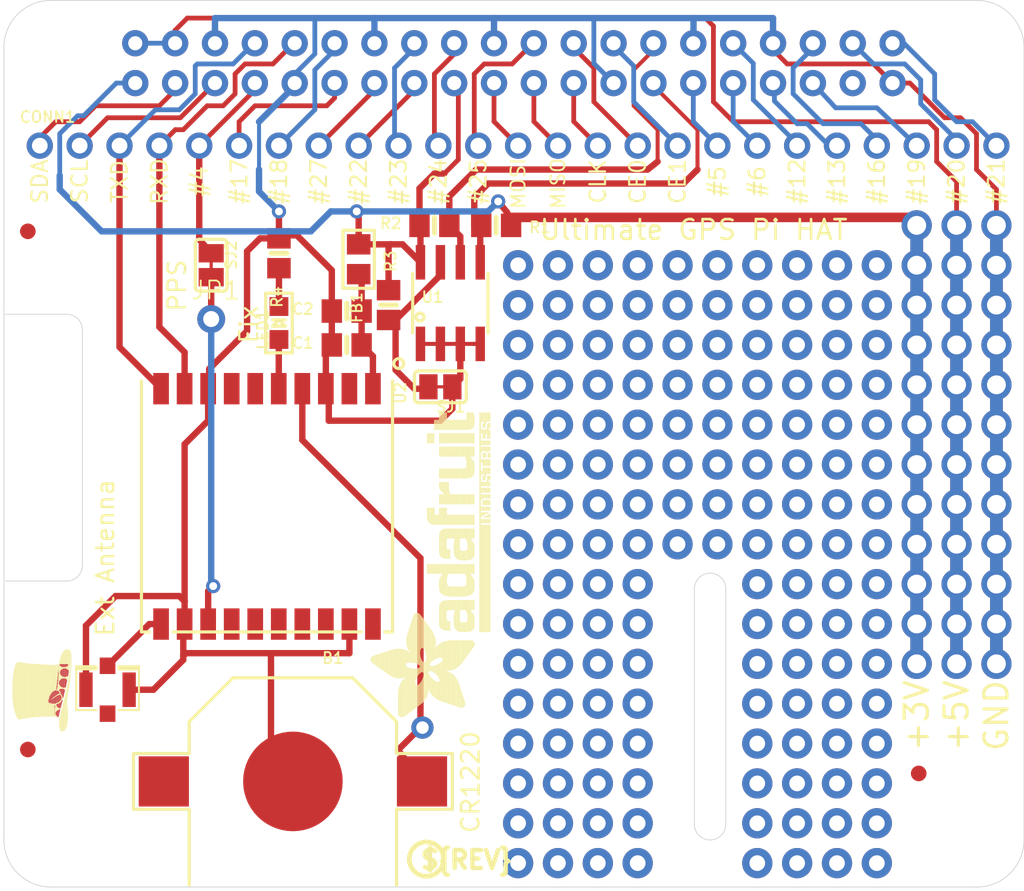
<source format=kicad_pcb>
(kicad_pcb (version 20221018) (generator pcbnew)
  (layers (0 "F.Cu" signal) (31 "B.Cu" signal) (34 "B.Paste" user) (35 "F.Paste" user) (36 "B.SilkS" user "B.Silkscreen") (37 "F.SilkS" user "F.Silkscreen") (38 "B.Mask" user) (39 "F.Mask" user) (44 "Edge.Cuts" user))
  (net 0 "")
  (net 1 "5.0V")
  (net 2 "SDA")
  (net 3 "SCL")
  (net 4 "GPIO4")
  (net 5 "GPIO17")
  (net 6 "GPIO27")
  (net 7 "GPIO22")
  (net 8 "SPI_MOSI")
  (net 9 "SPI_MISO")
  (net 10 "SPI_SCLK")
  (net 11 "GPIO5")
  (net 12 "GPIO6")
  (net 13 "GPIO13")
  (net 14 "GPIO19")
  (net 15 "GPIO26")
  (net 16 "3.3V")
  (net 17 "GND")
  (net 18 "TXD")
  (net 19 "RXD")
  (net 20 "GPIO18")
  (net 21 "GPIO24")
  (net 22 "GPIO25")
  (net 23 "SPI_CE0")
  (net 24 "SPI_CE1")
  (net 25 "EECLK")
  (net 26 "GPIO16")
  (net 27 "GPIO20")
  (net 28 "GPIO21")
  (net 29 "GPIO23")
  (net 30 "EEDATA")
  (net 31 "GPIO12")
  (net 32 "N$16")
  (net 33 "FIX")
  (net 34 "N$24")
  (net 35 "VBACKUP")
  (net 36 "N$26")
  (net 37 "1PPS")
  (net 38 "VCC")
  (net 39 "N$1")
  (net 40 "N$2")
  (net 41 "N$3")
  (net 42 "N$4")
  (net 43 "N$5")
  (net 44 "N$6")
  (net 45 "N$7")
  (net 46 "N$8")
  (net 47 "N$9")
  (net 48 "N$10")
  (net 49 "N$11")
  (net 50 "N$12")
  (net 51 "N$13")
  (net 52 "N$14")
  (net 53 "N$15")
  (net 54 "N$17")
  (net 55 "N$18")
  (net 56 "N$19")
  (net 57 "N$20")
  (net 58 "N$21")
  (net 59 "N$22")
  (net 60 "N$23")
  (net 61 "N$25")
  (net 62 "N$27")
  (net 63 "N$28")
  (net 64 "N$29")
  (net 65 "N$30")
  (net 66 "N$31")
  (net 67 "N$32")
  (net 68 "N$33")
  (net 69 "N$34")
  (net 70 "N$35")
  (net 71 "N$36")
  (net 72 "N$37")
  (net 73 "N$38")
  (net 74 "N$39")
  (net 75 "N$40")
  (net 76 "N$41")
  (net 77 "N$42")
  (net 78 "N$43")
  (net 79 "N$44")
  (net 80 "N$45")
  (net 81 "N$46")
  (net 82 "N$47")
  (net 83 "N$48")
  (net 84 "N$49")
  (net 85 "N$50")
  (net 86 "N$51")
  (net 87 "N$52")
  (net 88 "N$53")
  (net 89 "N$54")
  (net 90 "N$55")
  (net 91 "N$56")
  (net 92 "N$57")
  (net 93 "N$58")
  (net 94 "N$59")
  (net 95 "N$60")
  (net 96 "N$61")
  (net 97 "N$62")
  (net 98 "N$63")
  (net 99 "N$64")
  (net 100 "N$65")
  (net 101 "N$66")
  (net 102 "N$67")
  (net 103 "N$68")
  (net 104 "N$69")
  (net 105 "N$70")
  (net 106 "N$71")
  (net 107 "N$72")
  (net 108 "N$73")
  (net 109 "N$74")
  (net 110 "N$75")
  (net 111 "N$76")
  (net 112 "N$77")
  (net 113 "N$78")
  (net 114 "N$79")
  (net 115 "N$80")
  (net 116 "N$81")
  (net 117 "N$82")
  (net 118 "N$83")
  (net 119 "N$84")
  (net 120 "N$85")
  (net 121 "N$86")
  (net 122 "N$87")
  (net 123 "N$88")
  (net 124 "N$89")
  (net 125 "N$90")
  (net 126 "N$91")
  (net 127 "N$92")
  (net 128 "N$93")
  (net 129 "N$94")
  (net 130 "N$95")
  (net 131 "N$96")
  (net 132 "N$97")
  (net 133 "N$98")
  (net 134 "N$99")
  (net 135 "N$100")
  (net 136 "N$101")
  (net 137 "N$102")
  (net 138 "N$103")
  (net 139 "N$104")
  (net 140 "N$105")
  (net 141 "N$106")
  (net 142 "N$107")
  (net 143 "N$108")
  (net 144 "N$109")
  (net 145 "N$110")
  (net 146 "N$111")
  (net 147 "N$112")
  (net 148 "N$113")
  (net 149 "N$114")
  (net 150 "N$115")
  (net 151 "N$116")
  (net 152 "N$117")
  (net 153 "N$118")
  (net 154 "N$119")
  (net 155 "N$120")
  (net 156 "N$121")
  (net 157 "N$122")
  (net 158 "N$123")
  (net 159 "N$124")
  (net 160 "N$125")
  (net 161 "N$126")
  (net 162 "N$127")
  (net 163 "N$128")
  (net 164 "N$129")
  (net 165 "N$130")
  (net 166 "N$131")
  (net 167 "N$132")
  (net 168 "N$133")
  (net 169 "N$134")
  (net 170 "N$135")
  (net 171 "N$136")
  (net 172 "N$137")
  (net 173 "N$138")
  (net 174 "N$139")
  (net 175 "N$140")
  (net 176 "N$141")
  (net 177 "N$142")
  (net 178 "N$143")
  (net 179 "N$144")
  (net 180 "N$145")
  (net 181 "N$146")
  (net 182 "N$147")
  (footprint "working:PCBFEAT-REV-056" (layer "F.Cu") (at 142.9251 131.4756)
    (fp_text reference "U$6" hide)
    (fp_text value "" hide)
  )
  (footprint "working:SOIC8_150MIL" (layer "F.Cu") (at 144.4491 96.0426)
    (fp_text reference "U1")
    (fp_text value "CAT24C32")
  )
  (footprint "working:FIDUCIAL_1MM" (layer "F.Cu") (at 117.5251 91.4706)
    (fp_text reference "FID2" hide)
    (fp_text value "FIDUCIAL\"\"" hide)
  )
  (footprint "working:ADAFRUIT_TEXT_20MM" (layer "F.Cu") (at 146.9891 122.5856 90)
    (fp_text reference "U$3" hide)
    (fp_text value "" hide)
  )
  (footprint "working:PIHATLOGO" (layer "F.Cu") (at 120.3191 123.3476 90)
    (fp_text reference "U$4" hide)
    (fp_text value "" hide)
  )
  (footprint "working:1X01-CLEANBIG" (layer "F.Cu") (at 129.2091 97.0586)
    (fp_text reference "JP1")
    (fp_text value "")
  )
  (footprint "working:0805-NO" (layer "F.Cu") (at 137.8451 98.7096 180)
    (fp_text reference "C1")
    (fp_text value "0.1uF")
  )
  (footprint "working:SOLDERJUMPER_CLOSEDWIRE" (layer "F.Cu") (at 129.2091 93.6296 -90)
    (fp_text reference "SJ2")
    (fp_text value "PPS")
  )
  (footprint "working:0805-NO" (layer "F.Cu") (at 143.4331 91.0896 180)
    (fp_text reference "R2")
    (fp_text value "3.9K")
  )
  (footprint "working:U.FL" (layer "F.Cu") (at 122.6051 120.6806 90)
    (fp_text reference "U$20" hide)
    (fp_text value "U.FL" hide)
  )
  (footprint "working:0805-NO" (layer "F.Cu") (at 140.5121 96.1696 90)
    (fp_text reference "R3")
    (fp_text value "3.9K")
  )
  (footprint "working:FIDUCIAL_1MM" (layer "F.Cu") (at 174.2941 126.0146)
    (fp_text reference "FID3" hide)
    (fp_text value "FIDUCIAL\"\"" hide)
  )
  (footprint "working:0805-NO" (layer "F.Cu") (at 147.3701 91.0896)
    (fp_text reference "R1")
    (fp_text value "3.9K")
  )
  (footprint "working:CR1220" (layer "F.Cu") (at 134.4161 126.5226 180)
    (fp_text reference "B1")
    (fp_text value "CR1220")
  )
  (footprint "working:CHIPLED_0805" (layer "F.Cu") (at 133.5271 97.3126)
    (fp_text reference "LED1")
    (fp_text value "RED")
  )
  (footprint "working:FGPMMOPA6H" (layer "F.Cu") (at 132.7651 108.9966 -90)
    (fp_text reference "U2")
    (fp_text value "FGPMMOPA6H")
  )
  (footprint "working:0805-NO" (layer "F.Cu") (at 137.8451 96.5506 180)
    (fp_text reference "C2")
    (fp_text value "10uF")
  )
  (footprint "working:0805-NO" (layer "F.Cu") (at 133.5271 92.8676 -90)
    (fp_text reference "R4")
    (fp_text value "470")
  )
  (footprint "working:SOLDERJUMPER_CLOSEDWIRE" (layer "F.Cu") (at 143.8141 101.3766 180)
    (fp_text reference "SJ1")
    (fp_text value "WP")
  )
  (footprint "working:0805" (layer "F.Cu") (at 138.6071 93.2486 -90)
    (fp_text reference "FB1")
    (fp_text value "Ferrite")
  )
  (footprint "working:1X25_ROUND_70MIL" (layer "F.Cu") (at 148.7671 86.0096)
    (fp_text reference "CONN1")
    (fp_text value "HEADER-1X25")
  )
  (footprint "working:FIDUCIAL_1MM" (layer "F.Cu") (at 117.5251 124.4906)
    (fp_text reference "FID1" hide)
    (fp_text value "FIDUCIAL\"\"" hide)
  )
  (footprint "working:PI_HAT_SLOTS" (layer "F.Cu") (at 116.0011 133.2536)
    (fp_text reference "RPI1" hide)
    (fp_text value "RASPBERRYPI_BPLUS_HATSLOTS" hide)
    (fp_line (start 0 -53.5) (end 0 -3) (stroke (width 0.05)) (layer "Edge.Cuts"))
    (fp_line (start 0.1 -19.5) (end 4 -19.5) (stroke (width 0.05)) (layer "Edge.Cuts"))
    (fp_line (start 3 0) (end 62 0) (stroke (width 0.05)) (layer "Edge.Cuts"))
    (fp_line (start 4 -36.5) (end 0 -36.5) (stroke (width 0.05)) (layer "Edge.Cuts"))
    (fp_line (start 5 -20.5) (end 5 -35.5) (stroke (width 0.05)) (layer "Edge.Cuts"))
    (fp_line (start 44 -4) (end 44 -19) (stroke (width 0.05)) (layer "Edge.Cuts"))
    (fp_line (start 46 -19) (end 46 -4) (stroke (width 0.05)) (layer "Edge.Cuts"))
    (fp_line (start 62 -56.5) (end 3 -56.5) (stroke (width 0.05)) (layer "Edge.Cuts"))
    (fp_line (start 65 -3) (end 65 -53.5) (stroke (width 0.05)) (layer "Edge.Cuts"))
    (fp_arc (start 0 -53.5) (mid 0.87868 -55.62132) (end 3 -56.5) (stroke (width 0.05)) (layer "Edge.Cuts"))
    (fp_arc (start 3 0) (mid 0.87868 -0.87868) (end 0 -3) (stroke (width 0.05)) (layer "Edge.Cuts"))
    (fp_arc (start 4 -36.5) (mid 4.707107 -36.207107) (end 5 -35.5) (stroke (width 0.05)) (layer "Edge.Cuts"))
    (fp_arc (start 5 -20.5) (mid 4.707107 -19.792893) (end 4 -19.5) (stroke (width 0.05)) (layer "Edge.Cuts"))
    (fp_arc (start 44 -19) (mid 44.292893 -19.707107) (end 45 -20) (stroke (width 0.05)) (layer "Edge.Cuts"))
    (fp_arc (start 45 -20) (mid 45.707107 -19.707107) (end 46 -19) (stroke (width 0.05)) (layer "Edge.Cuts"))
    (fp_arc (start 45 -3) (mid 44.292893 -3.292893) (end 44 -4) (stroke (width 0.05)) (layer "Edge.Cuts"))
    (fp_arc (start 46 -4) (mid 45.707107 -3.292893) (end 45 -3) (stroke (width 0.05)) (layer "Edge.Cuts"))
    (fp_arc (start 62 -56.5) (mid 64.12132 -55.62132) (end 65 -53.5) (stroke (width 0.05)) (layer "Edge.Cuts"))
    (fp_arc (start 65 -3) (mid 64.12132 -0.87868) (end 62 0) (stroke (width 0.05)) (layer "Edge.Cuts"))
  )
  (gr_text "Ultimate GPS Pi HAT" (at 150.0371 92.1056) (layer "F.SilkS") (effects (font (size 1.251712 1.251712) (thickness 0.170688)) (justify left bottom)))
  (gr_text "#5" (at 161.4671 88.2956 90) (layer "F.SilkS") (effects (font (size 1.00584 1.00584) (thickness 0.13716))))
  (gr_text "Fix" (at 132.2571 98.7096 90) (layer "F.SilkS") (effects (font (size 1.1176 1.1176) (thickness 0.1524)) (justify left bottom)))
  (gr_text "#27" (at 136.0671 88.2956 90) (layer "F.SilkS") (effects (font (size 1.00584 1.00584) (thickness 0.13716))))
  (gr_text "+3V" (at 174.1671 122.3316 90) (layer "F.SilkS") (effects (font (size 1.475232 1.475232) (thickness 0.201168))))
  (gr_text "#21" (at 179.2471 88.2956 90) (layer "F.SilkS") (effects (font (size 1.00584 1.00584) (thickness 0.13716))))
  (gr_text "#12" (at 166.5471 88.2956 90) (layer "F.SilkS") (effects (font (size 1.00584 1.00584) (thickness 0.13716))))
  (gr_text "#18" (at 133.5271 88.2956 90) (layer "F.SilkS") (effects (font (size 1.00584 1.00584) (thickness 0.13716))))
  (gr_text "CLK" (at 153.8471 88.2956 90) (layer "F.SilkS") (effects (font (size 1.00584 1.00584) (thickness 0.13716))))
  (gr_text "#22" (at 138.6071 88.2956 90) (layer "F.SilkS") (effects (font (size 1.00584 1.00584) (thickness 0.13716))))
  (gr_text "#23" (at 141.1471 88.2956 90) (layer "F.SilkS") (effects (font (size 1.00584 1.00584) (thickness 0.13716))))
  (gr_text "SCL" (at 120.8271 88.2956 90) (layer "F.SilkS") (effects (font (size 1.00584 1.00584) (thickness 0.13716))))
  (gr_text "GND" (at 179.2471 122.3316 90) (layer "F.SilkS") (effects (font (size 1.475232 1.475232) (thickness 0.201168))))
  (gr_text "+5V" (at 176.7071 122.3316 90) (layer "F.SilkS") (effects (font (size 1.475232 1.475232) (thickness 0.201168))))
  (gr_text "TXD" (at 123.3671 88.2956 90) (layer "F.SilkS") (effects (font (size 1.00584 1.00584) (thickness 0.13716))))
  (gr_text "CE0" (at 156.3871 88.2956 90) (layer "F.SilkS") (effects (font (size 1.00584 1.00584) (thickness 0.13716))))
  (gr_text "#20" (at 176.7071 88.2956 90) (layer "F.SilkS") (effects (font (size 1.00584 1.00584) (thickness 0.13716))))
  (gr_text "RXD" (at 125.9071 88.2956 90) (layer "F.SilkS") (effects (font (size 1.00584 1.00584) (thickness 0.13716))))
  (gr_text "#6" (at 164.0071 88.2956 90) (layer "F.SilkS") (effects (font (size 1.00584 1.00584) (thickness 0.13716))))
  (gr_text "CE1" (at 158.9271 88.2956 90) (layer "F.SilkS") (effects (font (size 1.00584 1.00584) (thickness 0.13716))))
  (gr_text "#4" (at 128.4471 88.2956 90) (layer "F.SilkS") (effects (font (size 1.00584 1.00584) (thickness 0.13716))))
  (gr_text "SDA" (at 118.2871 88.2956 90) (layer "F.SilkS") (effects (font (size 1.00584 1.00584) (thickness 0.13716))))
  (gr_text "CR1220" (at 145.0841 123.2206 90) (layer "F.SilkS") (effects (font (size 1.1176 1.1176) (thickness 0.1524)) (justify right top)))
  (gr_text "#13" (at 169.0871 88.2956 90) (layer "F.SilkS") (effects (font (size 1.00584 1.00584) (thickness 0.13716))))
  (gr_text "PPS" (at 127.6851 96.6776 90) (layer "F.SilkS") (effects (font (size 1.1176 1.1176) (thickness 0.1524)) (justify left bottom)))
  (gr_text "#25" (at 146.2271 88.2956 90) (layer "F.SilkS") (effects (font (size 1.00584 1.00584) (thickness 0.13716))))
  (gr_text "#19" (at 174.1671 88.2956 90) (layer "F.SilkS") (effects (font (size 1.00584 1.00584) (thickness 0.13716))))
  (gr_text "Ext Antenna" (at 123.1131 117.3786 90) (layer "F.SilkS") (effects (font (size 1.1176 1.1176) (thickness 0.1524)) (justify left bottom)))
  (gr_text "MOSI" (at 148.7671 88.4226 90) (layer "F.SilkS") (effects (font (size 0.89408 0.89408) (thickness 0.12192))))
  (gr_text "#24" (at 143.6871 88.2956 90) (layer "F.SilkS") (effects (font (size 1.00584 1.00584) (thickness 0.13716))))
  (gr_text "MISO" (at 151.3071 88.4226 90) (layer "F.SilkS") (effects (font (size 0.89408 0.89408) (thickness 0.12192))))
  (gr_text "#17" (at 130.9871 88.2956 90) (layer "F.SilkS") (effects (font (size 1.00584 1.00584) (thickness 0.13716))))
  (gr_text "#16" (at 171.6271 88.2956 90) (layer "F.SilkS") (effects (font (size 1.00584 1.00584) (thickness 0.13716))))
  (segment (start 176.7071 88.2956) (end 175.4371 87.0256) (width 0.3048) (layer "F.Cu") (net 1))
  (segment (start 162.4831 84.4856) (end 174.9291 84.4856) (width 0.3048) (layer "F.Cu") (net 1))
  (segment (start 175.4371 87.0256) (end 175.4371 84.9936) (width 0.3048) (layer "F.Cu") (net 1))
  (segment (start 174.9291 84.4856) (end 175.4371 84.9936) (width 0.3048) (layer "F.Cu") (net 1))
  (segment (start 162.4831 84.4856) (end 161.2131 83.2156) (width 0.3048) (layer "F.Cu") (net 1))
  (segment (start 127.6851 77.8816) (end 126.9111 78.6556) (width 0.3048) (layer "F.Cu") (net 1))
  (segment (start 161.2131 83.2156) (end 161.2131 78.3896) (width 0.3048) (layer "F.Cu") (net 1))
  (segment (start 161.2131 78.3896) (end 160.7051 77.8816) (width 0.3048) (layer "F.Cu") (net 1))
  (segment (start 176.7071 91.0896) (end 176.7071 119.2836) (width 0.8128) (layer "F.Cu") (net 1))
  (segment (start 176.7071 91.0896) (end 176.7071 88.2956) (width 0.3048) (layer "F.Cu") (net 1))
  (segment (start 160.7051 77.8816) (end 127.6851 77.8816) (width 0.3048) (layer "F.Cu") (net 1))
  (segment (start 126.9111 78.6556) (end 126.9111 79.4836) (width 0.3048) (layer "F.Cu") (net 1))
  (via (at 176.7071 103.7896) (size 1.9304) (drill 1.2) (layers "F.Cu" "B.Cu") (net 1))
  (via (at 176.7071 91.0896) (size 1.9304) (drill 1.2) (layers "F.Cu" "B.Cu") (net 1))
  (via (at 176.7071 98.7096) (size 1.9304) (drill 1.2) (layers "F.Cu" "B.Cu") (net 1))
  (via (at 176.7071 93.6296) (size 1.9304) (drill 1.2) (layers "F.Cu" "B.Cu") (net 1))
  (via (at 176.7071 111.4096) (size 1.9304) (drill 1.2) (layers "F.Cu" "B.Cu") (net 1))
  (via (at 176.7071 113.9496) (size 1.9304) (drill 1.2) (layers "F.Cu" "B.Cu") (net 1))
  (via (at 176.7071 108.8696) (size 1.9304) (drill 1.2) (layers "F.Cu" "B.Cu") (net 1))
  (via (at 176.7071 106.3296) (size 1.9304) (drill 1.2) (layers "F.Cu" "B.Cu") (net 1))
  (via (at 176.7071 96.1696) (size 1.9304) (drill 1.2) (layers "F.Cu" "B.Cu") (net 1))
  (via (at 176.7071 101.2496) (size 1.9304) (drill 1.2) (layers "F.Cu" "B.Cu") (net 1))
  (via (at 176.7071 119.0296) (size 1.9304) (drill 1.2) (layers "F.Cu" "B.Cu") (net 1))
  (via (at 176.7071 116.4896) (size 1.9304) (drill 1.2) (layers "F.Cu" "B.Cu") (net 1))
  (segment (start 176.7071 111.4096) (end 176.7071 113.9496) (width 0.8128) (layer "B.Cu") (net 1))
  (segment (start 176.7071 96.1696) (end 176.7071 98.7096) (width 0.8128) (layer "B.Cu") (net 1))
  (segment (start 176.7071 98.7096) (end 176.7071 101.2496) (width 0.8128) (layer "B.Cu") (net 1))
  (segment (start 176.7071 101.2496) (end 176.7071 103.7896) (width 0.8128) (layer "B.Cu") (net 1))
  (segment (start 176.7071 93.6296) (end 176.7071 91.0896) (width 0.8128) (layer "B.Cu") (net 1))
  (segment (start 176.7071 113.9496) (end 176.7071 116.4896) (width 0.8128) (layer "B.Cu") (net 1))
  (segment (start 176.7071 119.0296) (end 176.7071 119.6646) (width 0.3048) (layer "B.Cu") (net 1))
  (segment (start 176.7071 108.8696) (end 176.7071 111.4096) (width 0.8128) (layer "B.Cu") (net 1))
  (segment (start 126.9111 79.4836) (end 124.3711 79.4836) (width 0.3048) (layer "B.Cu") (net 1))
  (segment (start 176.0721 119.0296) (end 176.7071 119.0296) (width 0.3048) (layer "B.Cu") (net 1))
  (segment (start 176.7071 93.6296) (end 176.7071 96.1696) (width 0.8128) (layer "B.Cu") (net 1))
  (segment (start 176.7071 106.3296) (end 176.7071 108.8696) (width 0.8128) (layer "B.Cu") (net 1))
  (segment (start 176.7071 103.7896) (end 176.7071 106.3296) (width 0.8128) (layer "B.Cu") (net 1))
  (segment (start 176.7071 116.4896) (end 176.7071 119.0296) (width 0.8128) (layer "B.Cu") (net 1))
  (segment (start 120.8271 84.4856) (end 121.8431 83.4696) (width 0.3048) (layer "F.Cu") (net 2))
  (segment (start 119.3031 84.4856) (end 120.8271 84.4856) (width 0.3048) (layer "F.Cu") (net 2))
  (segment (start 126.9111 82.4656) (end 126.9111 82.0236) (width 0.3048) (layer "F.Cu") (net 2))
  (segment (start 118.2871 85.5016) (end 119.3031 84.4856) (width 0.3048) (layer "F.Cu") (net 2))
  (segment (start 125.9071 83.4696) (end 126.9111 82.4656) (width 0.3048) (layer "F.Cu") (net 2))
  (segment (start 118.2871 86.0096) (end 118.2871 85.5016) (width 0.3048) (layer "F.Cu") (net 2))
  (segment (start 121.8431 83.4696) (end 125.9071 83.4696) (width 0.3048) (layer "F.Cu") (net 2))
  (segment (start 127.2431 84.2316) (end 129.4511 82.0236) (width 0.3048) (layer "F.Cu") (net 3))
  (segment (start 120.8271 86.0096) (end 122.6051 84.2316) (width 0.3048) (layer "F.Cu") (net 3))
  (segment (start 122.6051 84.2316) (end 127.2431 84.2316) (width 0.3048) (layer "F.Cu") (net 3))
  (segment (start 131.9911 82.4656) (end 131.9911 82.0236) (width 0.3048) (layer "F.Cu") (net 4))
  (segment (start 128.4471 86.0096) (end 131.9911 82.4656) (width 0.3048) (layer "F.Cu") (net 4))
  (segment (start 128.4471 91.9786) (end 129.2091 92.8676) (width 0.4064) (layer "F.Cu") (net 4))
  (segment (start 128.4471 86.0096) (end 128.4471 91.9786) (width 0.4064) (layer "F.Cu") (net 4))
  (segment (start 130.9871 86.0096) (end 130.9871 84.4856) (width 0.3048) (layer "F.Cu") (net 5))
  (segment (start 132.0031 83.4696) (end 136.5751 83.4696) (width 0.3048) (layer "F.Cu") (net 5))
  (segment (start 130.9871 84.4856) (end 132.0031 83.4696) (width 0.3048) (layer "F.Cu") (net 5))
  (segment (start 136.5751 83.4696) (end 137.0711 82.9736) (width 0.3048) (layer "F.Cu") (net 5))
  (segment (start 137.0711 82.9736) (end 137.0711 82.0236) (width 0.3048) (layer "F.Cu") (net 5))
  (segment (start 139.6111 82.4656) (end 139.6111 82.0236) (width 0.3048) (layer "F.Cu") (net 6))
  (segment (start 136.0671 86.0096) (end 139.6111 82.4656) (width 0.3048) (layer "F.Cu") (net 6))
  (segment (start 142.1511 82.4656) (end 142.1511 82.0236) (width 0.3048) (layer "F.Cu") (net 7))
  (segment (start 138.6071 86.0096) (end 142.1511 82.4656) (width 0.3048) (layer "F.Cu") (net 7))
  (segment (start 148.7671 86.0096) (end 147.2311 84.4736) (width 0.3048) (layer "F.Cu") (net 8))
  (segment (start 147.2311 84.4736) (end 147.2311 82.0236) (width 0.3048) (layer "F.Cu") (net 8))
  (segment (start 149.7711 84.4736) (end 149.7711 82.0236) (width 0.3048) (layer "F.Cu") (net 9))
  (segment (start 151.3071 86.0096) (end 149.7711 84.4736) (width 0.3048) (layer "F.Cu") (net 9))
  (segment (start 153.8471 86.0096) (end 152.3111 84.4736) (width 0.3048) (layer "F.Cu") (net 10))
  (segment (start 152.3111 84.4736) (end 152.3111 82.0236) (width 0.3048) (layer "F.Cu") (net 10))
  (segment (start 159.9311 82.0236) (end 159.9311 84.4736) (width 0.3048) (layer "B.Cu") (net 11))
  (segment (start 159.9311 84.4736) (end 161.4671 86.0096) (width 0.3048) (layer "B.Cu") (net 11))
  (segment (start 162.4711 82.0236) (end 162.4711 84.4736) (width 0.3048) (layer "B.Cu") (net 12))
  (segment (start 162.4711 84.4736) (end 164.0071 86.0096) (width 0.3048) (layer "B.Cu") (net 12))
  (segment (start 168.3251 85.7556) (end 168.8331 85.7556) (width 0.3048) (layer "B.Cu") (net 13))
  (segment (start 165.1011 83.1666) (end 166.5471 84.6126) (width 0.3048) (layer "B.Cu") (net 13))
  (segment (start 165.0111 82.0236) (end 165.1011 82.0236) (width 0.3048) (layer "B.Cu") (net 13))
  (segment (start 168.8331 85.7556) (end 169.0871 86.0096) (width 0.3048) (layer "B.Cu") (net 13))
  (segment (start 166.5471 84.6126) (end 167.1821 84.6126) (width 0.3048) (layer "B.Cu") (net 13))
  (segment (start 167.1821 84.6126) (end 168.3251 85.7556) (width 0.3048) (layer "B.Cu") (net 13))
  (segment (start 165.1011 82.0236) (end 165.1011 83.1666) (width 0.3048) (layer "B.Cu") (net 13))
  (segment (start 171.6271 83.5966) (end 174.1671 86.0096) (width 0.3048) (layer "B.Cu") (net 14))
  (segment (start 167.5511 82.0236) (end 168.9971 83.5966) (width 0.3048) (layer "B.Cu") (net 14))
  (segment (start 168.9971 83.5966) (end 171.6271 83.5966) (width 0.3048) (layer "B.Cu") (net 14))
  (segment (start 148.0051 90.5816) (end 148.0661 90.6426) (width 0.6096) (layer "F.Cu") (net 16))
  (segment (start 138.6071 90.3276) (end 138.6071 92.2986) (width 0.4064) (layer "F.Cu") (net 16))
  (segment (start 142.4831 91.0896) (end 142.4831 88.7376) (width 0.4064) (layer "F.Cu") (net 16))
  (segment (start 140.5121 95.2196) (end 140.5121 92.4256) (width 0.4064) (layer "F.Cu") (net 16))
  (segment (start 140.6391 92.2986) (end 141.4001 92.2986) (width 0.4064) (layer "F.Cu") (net 16))
  (segment (start 140.5121 92.4256) (end 140.6391 92.2986) (width 0.4064) (layer "F.Cu") (net 16))
  (segment (start 174.1671 91.0896) (end 174.1671 119.0296) (width 0.8128) (layer "F.Cu") (net 16))
  (segment (start 148.0661 90.6426) (end 148.3201 91.0896) (width 0.6096) (layer "F.Cu") (net 16))
  (segment (start 148.3201 91.0896) (end 148.0661 90.2666) (width 0.4064) (layer "F.Cu") (net 16))
  (segment (start 174.1671 91.0896) (end 173.6591 90.5816) (width 0.6096) (layer "F.Cu") (net 16))
  (segment (start 144.6911 82.0236) (end 144.9571 82.2896) (width 0.3048) (layer "F.Cu") (net 16))
  (segment (start 144.9571 86.8986) (end 144.0681 87.7876) (width 0.3048) (layer "F.Cu") (net 16))
  (segment (start 173.6591 90.5816) (end 148.0051 90.5816) (width 0.6096) (layer "F.Cu") (net 16))
  (segment (start 144.9571 82.2896) (end 144.9571 86.8986) (width 0.3048) (layer "F.Cu") (net 16))
  (segment (start 141.4001 92.2986) (end 142.5441 93.4426) (width 0.4064) (layer "F.Cu") (net 16))
  (segment (start 142.5441 93.4426) (end 142.5441 91.0286) (width 0.4064) (layer "F.Cu") (net 16))
  (segment (start 142.4831 88.7376) (end 143.4331 87.7876) (width 0.4064) (layer "F.Cu") (net 16))
  (segment (start 142.5441 91.0286) (end 142.4831 91.0896) (width 0.4064) (layer "F.Cu") (net 16))
  (segment (start 148.0661 90.2666) (end 147.4971 89.5656) (width 0.4064) (layer "F.Cu") (net 16))
  (segment (start 144.0681 87.7876) (end 143.4331 87.7876) (width 0.4064) (layer "F.Cu") (net 16))
  (segment (start 174.1671 119.0296) (end 174.4211 119.0296) (width 0.8128) (layer "F.Cu") (net 16))
  (segment (start 138.4801 90.2006) (end 138.6071 90.3276) (width 0.4064) (layer "F.Cu") (net 16))
  (segment (start 138.6071 92.2986) (end 140.6391 92.2986) (width 0.4064) (layer "F.Cu") (net 16))
  (via (at 138.4801 90.2006) (size 0.9064) (drill 0.5) (layers "F.Cu" "B.Cu") (net 16))
  (via (at 174.1671 106.3296) (size 1.9304) (drill 1.2) (layers "F.Cu" "B.Cu") (net 16))
  (via (at 174.1671 108.8696) (size 1.9304) (drill 1.2) (layers "F.Cu" "B.Cu") (net 16))
  (via (at 174.1671 91.0896) (size 1.9304) (drill 1.2) (layers "F.Cu" "B.Cu") (net 16))
  (via (at 174.1671 116.4896) (size 1.9304) (drill 1.2) (layers "F.Cu" "B.Cu") (net 16))
  (via (at 174.1671 103.7896) (size 1.9304) (drill 1.2) (layers "F.Cu" "B.Cu") (net 16))
  (via (at 174.1671 111.4096) (size 1.9304) (drill 1.2) (layers "F.Cu" "B.Cu") (net 16))
  (via (at 174.1671 93.6296) (size 1.9304) (drill 1.2) (layers "F.Cu" "B.Cu") (net 16))
  (via (at 174.1671 101.2496) (size 1.9304) (drill 1.2) (layers "F.Cu" "B.Cu") (net 16))
  (via (at 174.1671 96.1696) (size 1.9304) (drill 1.2) (layers "F.Cu" "B.Cu") (net 16))
  (via (at 174.1671 98.7096) (size 1.9304) (drill 1.2) (layers "F.Cu" "B.Cu") (net 16))
  (via (at 174.1671 119.0296) (size 1.9304) (drill 1.2) (layers "F.Cu" "B.Cu") (net 16))
  (via (at 147.4971 89.5656) (size 0.9064) (drill 0.5) (layers "F.Cu" "B.Cu") (net 16))
  (via (at 174.1671 113.9496) (size 1.9304) (drill 1.2) (layers "F.Cu" "B.Cu") (net 16))
  (segment (start 124.3711 82.0236) (end 123.1621 82.0236) (width 0.3048) (layer "B.Cu") (net 16))
  (segment (start 119.5571 88.8036) (end 122.2241 91.4706) (width 0.4064) (layer "B.Cu") (net 16))
  (segment (start 174.1671 106.3296) (end 174.1671 103.7896) (width 0.8128) (layer "B.Cu") (net 16))
  (segment (start 174.1671 93.6296) (end 174.1671 91.0896) (width 0.8128) (layer "B.Cu") (net 16))
  (segment (start 174.1671 116.4896) (end 174.1671 113.9496) (width 0.8128) (layer "B.Cu") (net 16))
  (segment (start 135.5591 91.4706) (end 136.8291 90.2006) (width 0.4064) (layer "B.Cu") (net 16))
  (segment (start 174.1671 113.9496) (end 174.1671 111.4096) (width 0.8128) (layer "B.Cu") (net 16))
  (segment (start 119.5571 85.2476) (end 119.5571 87.9146) (width 0.3048) (layer "B.Cu") (net 16))
  (segment (start 121.0811 84.1046) (end 120.7001 84.1046) (width 0.3048) (layer "B.Cu") (net 16))
  (segment (start 136.8291 90.2006) (end 138.4801 90.2006) (width 0.4064) (layer "B.Cu") (net 16))
  (segment (start 174.1671 101.2496) (end 174.1671 98.7096) (width 0.8128) (layer "B.Cu") (net 16))
  (segment (start 174.1671 111.4096) (end 174.1671 108.8696) (width 0.8128) (layer "B.Cu") (net 16))
  (segment (start 122.2241 91.4706) (end 135.5591 91.4706) (width 0.4064) (layer "B.Cu") (net 16))
  (segment (start 120.7001 84.1046) (end 119.5571 85.2476) (width 0.3048) (layer "B.Cu") (net 16))
  (segment (start 174.1671 119.0296) (end 174.1671 116.4896) (width 0.8128) (layer "B.Cu") (net 16))
  (segment (start 174.1671 108.8696) (end 174.1671 106.3296) (width 0.8128) (layer "B.Cu") (net 16))
  (segment (start 146.8621 90.2006) (end 138.4801 90.2006) (width 0.4064) (layer "B.Cu") (net 16))
  (segment (start 174.1671 103.7896) (end 174.1671 101.2496) (width 0.8128) (layer "B.Cu") (net 16))
  (segment (start 119.5571 87.9146) (end 119.5571 88.8036) (width 0.4064) (layer "B.Cu") (net 16))
  (segment (start 174.1671 98.7096) (end 174.1671 96.1696) (width 0.8128) (layer "B.Cu") (net 16))
  (segment (start 147.4971 89.5656) (end 146.8621 90.2006) (width 0.4064) (layer "B.Cu") (net 16))
  (segment (start 174.1671 96.1696) (end 174.1671 93.6296) (width 0.8128) (layer "B.Cu") (net 16))
  (segment (start 123.1621 82.0236) (end 121.0811 84.1046) (width 0.3048) (layer "B.Cu") (net 16))
  (segment (start 136.5151 98.7096) (end 136.8951 98.7096) (width 0.4064) (layer "F.Cu") (net 17))
  (segment (start 177.9771 85.2476) (end 177.9771 87.5336) (width 0.3048) (layer "F.Cu") (net 17))
  (segment (start 144.5761 102.7736) (end 144.5761 101.3766) (width 0.4064) (layer "F.Cu") (net 17))
  (segment (start 136.5151 101.4966) (end 136.5151 98.7096) (width 0.4064) (layer "F.Cu") (net 17))
  (segment (start 143.8141 98.6426) (end 145.0841 98.6426) (width 0.254) (layer "F.Cu") (net 17))
  (segment (start 146.3541 98.6426) (end 145.9061 98.6426) (width 0.254) (layer "F.Cu") (net 17))
  (segment (start 127.5151 105.0356) (end 127.5151 115.0496) (width 0.4064) (layer "F.Cu") (net 17))
  (segment (start 173.7371 82.0236) (end 175.9451 84.2316) (width 0.3048) (layer "F.Cu") (net 17))
  (segment (start 165.0111 79.9016) (end 165.9121 80.8026) (width 0.3048) (layer "F.Cu") (net 17))
  (segment (start 127.1771 114.7116) (end 127.5151 115.0496) (width 0.4064) (layer "F.Cu") (net 17))
  (segment (start 136.8951 93.9496) (end 134.6701 91.7246) (width 0.4064) (layer "F.Cu") (net 17))
  (segment (start 127.4311 116.5806) (end 127.5151 116.4966) (width 0.4064) (layer "F.Cu") (net 17))
  (segment (start 145.0841 98.6426) (end 146.3541 98.6426) (width 0.254) (layer "F.Cu") (net 17))
  (segment (start 134.6701 91.7246) (end 133.7201 91.7246) (width 0.4064) (layer "F.Cu") (net 17))
  (segment (start 125.5261 120.6806) (end 127.4311 118.7756) (width 0.4064) (layer "F.Cu") (net 17))
  (segment (start 179.2471 88.8036) (end 179.2471 91.0896) (width 0.3048) (layer "F.Cu") (net 17))
  (segment (start 138.0151 118.3516) (end 133.0191 118.3516) (width 0.4064) (layer "F.Cu") (net 17))
  (segment (start 131.4951 92.7406) (end 131.4951 97.8206) (width 0.4064) (layer "F.Cu") (net 17))
  (segment (start 129.0821 101.4296) (end 129.0151 101.4966) (width 0.4064) (layer "F.Cu") (net 17))
  (segment (start 131.4951 97.8206) (end 129.0821 100.2336) (width 0.4064) (layer "F.Cu") (net 17))
  (segment (start 129.0821 100.2336) (end 129.0821 101.4296) (width 0.4064) (layer "F.Cu") (net 17))
  (segment (start 132.3181 91.9176) (end 131.4951 92.7406) (width 0.4064) (layer "F.Cu") (net 17))
  (segment (start 121.2301 116.5946) (end 123.1131 114.7116) (width 0.4064) (layer "F.Cu") (net 17))
  (segment (start 179.2471 91.0896) (end 179.2471 119.0296) (width 0.8128) (layer "F.Cu") (net 17))
  (segment (start 133.5271 90.2006) (end 133.5271 91.9176) (width 0.4064) (layer "F.Cu") (net 17))
  (segment (start 136.7021 103.5356) (end 143.8141 103.5356) (width 0.4064) (layer "F.Cu") (net 17))
  (segment (start 133.0191 126.1416) (end 134.4161 126.5226) (width 0.4064) (layer "F.Cu") (net 17))
  (segment (start 138.0151 116.4966) (end 138.0151 118.3516) (width 0.4064) (layer "F.Cu") (net 17))
  (segment (start 165.0111 79.4836) (end 165.0111 79.9016) (width 0.3048) (layer "F.Cu") (net 17))
  (segment (start 142.5441 98.6426) (end 143.8141 98.6426) (width 0.254) (layer "F.Cu") (net 17))
  (segment (start 136.8951 96.5506) (end 136.8951 93.9496) (width 0.4064) (layer "F.Cu") (net 17))
  (segment (start 172.6311 82.0236) (end 173.7371 82.0236) (width 0.3048) (layer "F.Cu") (net 17))
  (segment (start 136.7021 103.5356) (end 136.7021 101.4966) (width 0.4064) (layer "F.Cu") (net 17))
  (segment (start 127.5151 115.0496) (end 127.5151 116.4966) (width 0.4064) (layer "F.Cu") (net 17))
  (segment (start 133.0191 126.1416) (end 133.0191 118.3516) (width 0.4064) (layer "F.Cu") (net 17))
  (segment (start 175.9451 84.2316) (end 176.9611 84.2316) (width 0.3048) (layer "F.Cu") (net 17))
  (segment (start 176.9611 84.2316) (end 177.9771 85.2476) (width 0.3048) (layer "F.Cu") (net 17))
  (segment (start 133.0191 118.3516) (end 127.6011 118.3516) (width 0.4064) (layer "F.Cu") (net 17))
  (segment (start 121.2301 120.6806) (end 121.2301 116.5946) (width 0.4064) (layer "F.Cu") (net 17))
  (segment (start 133.7201 91.7246) (end 133.5271 91.9176) (width 0.4064) (layer "F.Cu") (net 17))
  (segment (start 177.9771 87.5336) (end 179.2471 88.8036) (width 0.3048) (layer "F.Cu") (net 17))
  (segment (start 145.0841 98.6426) (end 145.0841 100.8686) (width 0.4064) (layer "F.Cu") (net 17))
  (segment (start 123.9801 120.6806) (end 125.5261 120.6806) (width 0.4064) (layer "F.Cu") (net 17))
  (segment (start 127.6011 118.3516) (end 127.4311 118.5216) (width 0.4064) (layer "F.Cu") (net 17))
  (segment (start 143.8141 103.5356) (end 144.5761 102.7736) (width 0.4064) (layer "F.Cu") (net 17))
  (segment (start 171.4101 80.8026) (end 172.6311 82.0236) (width 0.3048) (layer "F.Cu") (net 17))
  (segment (start 127.4311 118.7756) (end 127.4311 118.5216) (width 0.4064) (layer "F.Cu") (net 17))
  (segment (start 136.8951 98.7096) (end 136.8951 96.5506) (width 0.4064) (layer "F.Cu") (net 17))
  (segment (start 123.1131 114.7116) (end 127.1771 114.7116) (width 0.4064) (layer "F.Cu") (net 17))
  (segment (start 129.0151 101.4966) (end 129.0151 103.5356) (width 0.4064) (layer "F.Cu") (net 17))
  (segment (start 136.7021 101.4966) (end 136.5151 101.4966) (width 0.4064) (layer "F.Cu") (net 17))
  (segment (start 133.5271 91.9176) (end 132.3181 91.9176) (width 0.4064) (layer "F.Cu") (net 17))
  (segment (start 129.0151 103.5356) (end 127.5151 105.0356) (width 0.4064) (layer "F.Cu") (net 17))
  (segment (start 165.9121 80.8026) (end 171.4101 80.8026) (width 0.3048) (layer "F.Cu") (net 17))
  (segment (start 127.4311 118.5216) (end 127.4311 116.5806) (width 0.4064) (layer "F.Cu") (net 17))
  (segment (start 145.0841 100.8686) (end 144.5761 101.3766) (width 0.4064) (layer "F.Cu") (net 17))
  (via (at 179.2471 96.1696) (size 1.9304) (drill 1.2) (layers "F.Cu" "B.Cu") (net 17))
  (via (at 179.2471 101.2496) (size 1.9304) (drill 1.2) (layers "F.Cu" "B.Cu") (net 17))
  (via (at 179.2471 98.7096) (size 1.9304) (drill 1.2) (layers "F.Cu" "B.Cu") (net 17))
  (via (at 179.2471 103.7896) (size 1.9304) (drill 1.2) (layers "F.Cu" "B.Cu") (net 17))
  (via (at 179.2471 113.9496) (size 1.9304) (drill 1.2) (layers "F.Cu" "B.Cu") (net 17))
  (via (at 179.2471 106.3296) (size 1.9304) (drill 1.2) (layers "F.Cu" "B.Cu") (net 17))
  (via (at 179.2471 111.4096) (size 1.9304) (drill 1.2) (layers "F.Cu" "B.Cu") (net 17))
  (via (at 179.2471 91.0896) (size 1.9304) (drill 1.2) (layers "F.Cu" "B.Cu") (net 17))
  (via (at 133.5271 90.2006) (size 0.9064) (drill 0.5) (layers "F.Cu" "B.Cu") (net 17))
  (via (at 179.2471 108.8696) (size 1.9304) (drill 1.2) (layers "F.Cu" "B.Cu") (net 17))
  (via (at 179.2471 116.4896) (size 1.9304) (drill 1.2) (layers "F.Cu" "B.Cu") (net 17))
  (via (at 179.2471 93.6296) (size 1.9304) (drill 1.2) (layers "F.Cu" "B.Cu") (net 17))
  (via (at 179.2471 119.0296) (size 1.9304) (drill 1.2) (layers "F.Cu" "B.Cu") (net 17))
  (segment (start 179.2471 101.2496) (end 179.2471 103.7896) (width 0.8128) (layer "B.Cu") (net 17))
  (segment (start 139.6111 77.8816) (end 147.2311 77.8816) (width 0.4064) (layer "B.Cu") (net 17))
  (segment (start 179.2471 96.1696) (end 179.2471 98.7096) (width 0.8128) (layer "B.Cu") (net 17))
  (segment (start 135.8131 78.0086) (end 135.9401 77.8816) (width 0.3048) (layer "B.Cu") (net 17))
  (segment (start 179.2471 93.6296) (end 179.2471 91.0896) (width 0.8128) (layer "B.Cu") (net 17))
  (segment (start 135.8131 80.1676) (end 135.8131 78.0086) (width 0.3048) (layer "B.Cu") (net 17))
  (segment (start 134.5311 81.4496) (end 135.8131 80.1676) (width 0.3048) (layer "B.Cu") (net 17))
  (segment (start 132.2571 84.4856) (end 132.2571 87.5336) (width 0.254) (layer "B.Cu") (net 17))
  (segment (start 153.5931 80.7656) (end 153.5931 77.8816) (width 0.3048) (layer "B.Cu") (net 17))
  (segment (start 179.2471 106.3296) (end 179.2471 108.8696) (width 0.8128) (layer "B.Cu") (net 17))
  (segment (start 179.2471 108.8696) (end 179.2471 111.4096) (width 0.8128) (layer "B.Cu") (net 17))
  (segment (start 147.2311 77.8816) (end 153.5931 77.8816) (width 0.4064) (layer "B.Cu") (net 17))
  (segment (start 159.9431 79.4836) (end 159.9311 79.4836) (width 0.4064) (layer "B.Cu") (net 17))
  (segment (start 179.2471 116.4896) (end 179.2471 119.0296) (width 0.8128) (layer "B.Cu") (net 17))
  (segment (start 134.5311 82.2116) (end 132.2571 84.4856) (width 0.4064) (layer "B.Cu") (net 17))
  (segment (start 179.2471 93.6296) (end 179.2471 96.1696) (width 0.8128) (layer "B.Cu") (net 17))
  (segment (start 179.2471 111.4096) (end 179.2471 113.9496) (width 0.8128) (layer "B.Cu") (net 17))
  (segment (start 159.9431 77.8816) (end 159.9431 79.4836) (width 0.4064) (layer "B.Cu") (net 17))
  (segment (start 179.2471 113.9496) (end 179.2471 116.4896) (width 0.8128) (layer "B.Cu") (net 17))
  (segment (start 147.2311 79.4836) (end 147.2311 77.8816) (width 0.4064) (layer "B.Cu") (net 17))
  (segment (start 179.2471 103.7896) (end 179.2471 106.3296) (width 0.8128) (layer "B.Cu") (net 17))
  (segment (start 153.5931 77.8816) (end 159.9431 77.8816) (width 0.4064) (layer "B.Cu") (net 17))
  (segment (start 135.9401 77.8816) (end 139.6111 77.8816) (width 0.4064) (layer "B.Cu") (net 17))
  (segment (start 132.2571 88.9306) (end 133.5271 90.2006) (width 0.4064) (layer "B.Cu") (net 17))
  (segment (start 134.5311 82.0236) (end 134.5311 81.4496) (width 0.3048) (layer "B.Cu") (net 17))
  (segment (start 165.0111 77.8816) (end 159.9431 77.8816) (width 0.4064) (layer "B.Cu") (net 17))
  (segment (start 154.8511 82.0236) (end 153.5931 80.7656) (width 0.3048) (layer "B.Cu") (net 17))
  (segment (start 165.0111 79.4836) (end 165.0111 77.8816) (width 0.4064) (layer "B.Cu") (net 17))
  (segment (start 129.4511 79.4836) (end 129.4511 77.8816) (width 0.4064) (layer "B.Cu") (net 17))
  (segment (start 139.6111 79.4836) (end 139.6111 77.8816) (width 0.4064) (layer "B.Cu") (net 17))
  (segment (start 179.2471 98.7096) (end 179.2471 101.2496) (width 0.8128) (layer "B.Cu") (net 17))
  (segment (start 134.5311 82.2116) (end 134.5311 82.0236) (width 0.3048) (layer "B.Cu") (net 17))
  (segment (start 132.2571 87.5336) (end 132.2571 88.9306) (width 0.4064) (layer "B.Cu") (net 17))
  (segment (start 129.4511 77.8816) (end 135.9401 77.8816) (width 0.4064) (layer "B.Cu") (net 17))
  (segment (start 126.0151 101.4966) (end 123.3671 98.8486) (width 0.4064) (layer "F.Cu") (net 18))
  (segment (start 123.3671 98.8486) (end 123.3671 86.0096) (width 0.4064) (layer "F.Cu") (net 18))
  (segment (start 128.1931 82.7076) (end 128.1931 80.9296) (width 0.3048) (layer "B.Cu") (net 18))
  (segment (start 128.1931 80.9296) (end 128.3201 80.8026) (width 0.3048) (layer "B.Cu") (net 18))
  (segment (start 127.1771 83.7236) (end 128.1931 82.7076) (width 0.3048) (layer "B.Cu") (net 18))
  (segment (start 123.3671 86.0096) (end 125.6531 83.7236) (width 0.3048) (layer "B.Cu") (net 18))
  (segment (start 130.6061 80.8026) (end 131.9251 79.4836) (width 0.3048) (layer "B.Cu") (net 18))
  (segment (start 131.9251 79.4836) (end 131.9911 79.4836) (width 0.3048) (layer "B.Cu") (net 18))
  (segment (start 125.6531 83.7236) (end 127.1771 83.7236) (width 0.3048) (layer "B.Cu") (net 18))
  (segment (start 128.3201 80.8026) (end 130.6061 80.8026) (width 0.3048) (layer "B.Cu") (net 18))
  (segment (start 125.9071 86.0096) (end 126.9231 84.9936) (width 0.3048) (layer "F.Cu") (net 19))
  (segment (start 130.7331 81.4376) (end 131.3681 80.8026) (width 0.3048) (layer "F.Cu") (net 19))
  (segment (start 127.5151 99.1746) (end 125.9071 97.5666) (width 0.4064) (layer "F.Cu") (net 19))
  (segment (start 125.9071 97.5666) (end 125.9071 86.0096) (width 0.4064) (layer "F.Cu") (net 19))
  (segment (start 130.7331 82.7076) (end 130.7331 81.4376) (width 0.3048) (layer "F.Cu") (net 19))
  (segment (start 127.5151 101.4966) (end 127.5151 99.1746) (width 0.4064) (layer "F.Cu") (net 19))
  (segment (start 126.9231 84.9936) (end 127.4311 84.9936) (width 0.3048) (layer "F.Cu") (net 19))
  (segment (start 131.3681 80.8026) (end 133.1461 80.8026) (width 0.3048) (layer "F.Cu") (net 19))
  (segment (start 129.9711 83.4696) (end 130.7331 82.7076) (width 0.3048) (layer "F.Cu") (net 19))
  (segment (start 127.4311 84.9936) (end 128.9551 83.4696) (width 0.3048) (layer "F.Cu") (net 19))
  (segment (start 133.1461 80.8026) (end 134.4651 79.4836) (width 0.3048) (layer "F.Cu") (net 19))
  (segment (start 128.9551 83.4696) (end 129.9711 83.4696) (width 0.3048) (layer "F.Cu") (net 19))
  (segment (start 134.4651 79.4836) (end 134.5311 79.4836) (width 0.3048) (layer "F.Cu") (net 19))
  (segment (start 135.8131 83.7236) (end 135.8131 81.1836) (width 0.3048) (layer "B.Cu") (net 20))
  (segment (start 133.5271 86.0096) (end 135.8131 83.7236) (width 0.3048) (layer "B.Cu") (net 20))
  (segment (start 137.0711 79.9256) (end 137.0711 79.4836) (width 0.3048) (layer "B.Cu") (net 20))
  (segment (start 135.8131 81.1836) (end 137.0711 79.9256) (width 0.3048) (layer "B.Cu") (net 20))
  (segment (start 143.4331 81.4376) (end 144.6911 80.1796) (width 0.3048) (layer "F.Cu") (net 21))
  (segment (start 143.4331 85.7556) (end 143.4331 81.4376) (width 0.3048) (layer "F.Cu") (net 21))
  (segment (start 143.6871 86.0096) (end 143.4331 85.7556) (width 0.3048) (layer "F.Cu") (net 21))
  (segment (start 144.6911 80.1796) (end 144.6911 79.4836) (width 0.3048) (layer "F.Cu") (net 21))
  (segment (start 145.9731 81.4376) (end 146.6081 80.8026) (width 0.3048) (layer "F.Cu") (net 22))
  (segment (start 148.3861 80.8026) (end 149.7051 79.4836) (width 0.3048) (layer "F.Cu") (net 22))
  (segment (start 146.2271 86.0096) (end 145.9731 85.7556) (width 0.3048) (layer "F.Cu") (net 22))
  (segment (start 145.9731 85.7556) (end 145.9731 81.4376) (width 0.3048) (layer "F.Cu") (net 22))
  (segment (start 146.6081 80.8026) (end 148.3861 80.8026) (width 0.3048) (layer "F.Cu") (net 22))
  (segment (start 149.7051 79.4836) (end 149.7711 79.4836) (width 0.3048) (layer "F.Cu") (net 22))
  (segment (start 152.3111 79.7746) (end 152.3111 79.4836) (width 0.3048) (layer "F.Cu") (net 23))
  (segment (start 153.5931 83.2156) (end 153.5931 81.0566) (width 0.3048) (layer "F.Cu") (net 23))
  (segment (start 153.5931 81.0566) (end 152.3111 79.7746) (width 0.3048) (layer "F.Cu") (net 23))
  (segment (start 156.3871 86.0096) (end 153.5931 83.2156) (width 0.3048) (layer "F.Cu") (net 23))
  (segment (start 154.8511 79.4836) (end 154.8511 79.6476) (width 0.3048) (layer "B.Cu") (net 24))
  (segment (start 156.1331 80.9296) (end 156.1331 83.2156) (width 0.3048) (layer "B.Cu") (net 24))
  (segment (start 154.8511 79.6476) (end 156.1331 80.9296) (width 0.3048) (layer "B.Cu") (net 24))
  (segment (start 156.1331 83.2156) (end 158.9271 86.0096) (width 0.3048) (layer "B.Cu") (net 24))
  (segment (start 145.0841 93.4426) (end 145.0841 91.7906) (width 0.4064) (layer "F.Cu") (net 25))
  (segment (start 157.6571 84.9936) (end 156.1331 83.4696) (width 0.254) (layer "F.Cu") (net 25))
  (segment (start 144.3831 89.2506) (end 144.3831 91.0896) (width 0.4064) (layer "F.Cu") (net 25))
  (segment (start 145.0841 91.7906) (end 144.3831 91.0896) (width 0.4064) (layer "F.Cu") (net 25))
  (segment (start 157.3911 79.9256) (end 157.3911 79.4836) (width 0.254) (layer "F.Cu") (net 25))
  (segment (start 157.0221 87.5336) (end 157.6571 87.0256) (width 0.4064) (layer "F.Cu") (net 25))
  (segment (start 146.1001 87.5336) (end 157.0221 87.5336) (width 0.4064) (layer "F.Cu") (net 25))
  (segment (start 157.6571 87.0256) (end 157.6571 84.9936) (width 0.254) (layer "F.Cu") (net 25))
  (segment (start 146.1001 87.5336) (end 144.3831 89.2506) (width 0.4064) (layer "F.Cu") (net 25))
  (segment (start 156.1331 81.1836) (end 157.3911 79.9256) (width 0.254) (layer "F.Cu") (net 25))
  (segment (start 156.1331 83.4696) (end 156.1331 81.1836) (width 0.254) (layer "F.Cu") (net 25))
  (segment (start 170.6111 84.6126) (end 171.6271 85.6286) (width 0.3048) (layer "B.Cu") (net 26))
  (segment (start 166.2931 82.7076) (end 168.1981 84.6126) (width 0.3048) (layer "B.Cu") (net 26))
  (segment (start 167.5511 79.4836) (end 167.5511 79.7986) (width 0.3048) (layer "B.Cu") (net 26))
  (segment (start 168.1981 84.6126) (end 170.6111 84.6126) (width 0.3048) (layer "B.Cu") (net 26))
  (segment (start 171.6271 85.6286) (end 171.6271 86.0096) (width 0.3048) (layer "B.Cu") (net 26))
  (segment (start 166.2931 81.0566) (end 166.2931 82.7076) (width 0.3048) (layer "B.Cu") (net 26))
  (segment (start 167.5511 79.7986) (end 166.2931 81.0566) (width 0.3048) (layer "B.Cu") (net 26))
  (segment (start 171.4101 80.8026) (end 173.4051 80.8026) (width 0.3048) (layer "B.Cu") (net 27))
  (segment (start 174.4211 83.3426) (end 176.7071 85.6286) (width 0.3048) (layer "B.Cu") (net 27))
  (segment (start 173.4051 80.8026) (end 174.4211 81.8186) (width 0.3048) (layer "B.Cu") (net 27))
  (segment (start 176.7071 85.6286) (end 176.7071 86.0096) (width 0.3048) (layer "B.Cu") (net 27))
  (segment (start 170.0911 79.4836) (end 171.4101 80.8026) (width 0.3048) (layer "B.Cu") (net 27))
  (segment (start 174.4211 81.8186) (end 174.4211 83.3426) (width 0.3048) (layer "B.Cu") (net 27))
  (segment (start 175.3101 83.0886) (end 175.3101 81.4376) (width 0.3048) (layer "B.Cu") (net 28))
  (segment (start 177.7231 84.4856) (end 176.7071 84.4856) (width 0.3048) (layer "B.Cu") (net 28))
  (segment (start 177.7231 84.4856) (end 179.2471 86.0096) (width 0.3048) (layer "B.Cu") (net 28))
  (segment (start 173.4051 79.5326) (end 172.6801 79.5326) (width 0.3048) (layer "B.Cu") (net 28))
  (segment (start 176.7071 84.4856) (end 175.3101 83.0886) (width 0.3048) (layer "B.Cu") (net 28))
  (segment (start 172.6801 79.5326) (end 172.6311 79.4836) (width 0.3048) (layer "B.Cu") (net 28))
  (segment (start 175.3101 81.4376) (end 173.4051 79.5326) (width 0.3048) (layer "B.Cu") (net 28))
  (segment (start 141.1471 86.0096) (end 140.8931 85.7556) (width 0.3048) (layer "B.Cu") (net 29))
  (segment (start 142.1511 79.7986) (end 142.1511 79.4836) (width 0.3048) (layer "B.Cu") (net 29))
  (segment (start 140.8931 85.7556) (end 140.8931 81.0566) (width 0.3048) (layer "B.Cu") (net 29))
  (segment (start 140.8931 81.0566) (end 142.1511 79.7986) (width 0.3048) (layer "B.Cu") (net 29))
  (segment (start 160.1971 84.9936) (end 160.1971 87.5336) (width 0.254) (layer "F.Cu") (net 30))
  (segment (start 146.8621 88.4226) (end 159.3081 88.4226) (width 0.4064) (layer "F.Cu") (net 30))
  (segment (start 146.3541 91.0896) (end 145.9731 91.0896) (width 0.4064) (layer "F.Cu") (net 30))
  (segment (start 159.3081 88.4226) (end 160.1971 87.5336) (width 0.4064) (layer "F.Cu") (net 30))
  (segment (start 157.3911 82.0236) (end 157.3911 82.1876) (width 0.254) (layer "F.Cu") (net 30))
  (segment (start 146.4201 91.0896) (end 146.3541 91.0896) (width 0.4064) (layer "F.Cu") (net 30))
  (segment (start 146.3541 91.0896) (end 146.3541 93.4426) (width 0.4064) (layer "F.Cu") (net 30))
  (segment (start 145.9731 89.3116) (end 145.9731 91.0896) (width 0.4064) (layer "F.Cu") (net 30))
  (segment (start 157.3911 82.1876) (end 160.1971 84.9936) (width 0.254) (layer "F.Cu") (net 30))
  (segment (start 160.1971 87.5336) (end 160.1971 87.6606) (width 0.254) (layer "F.Cu") (net 30))
  (segment (start 146.8621 88.4226) (end 145.9731 89.3116) (width 0.4064) (layer "F.Cu") (net 30))
  (segment (start 163.7531 80.7656) (end 163.7531 83.0886) (width 0.3048) (layer "B.Cu") (net 31))
  (segment (start 162.4711 79.4836) (end 163.7531 80.7656) (width 0.3048) (layer "B.Cu") (net 31))
  (segment (start 163.7531 83.0886) (end 166.5471 85.8826) (width 0.3048) (layer "B.Cu") (net 31))
  (segment (start 166.5471 85.8826) (end 166.5471 86.0096) (width 0.3048) (layer "B.Cu") (net 31))
  (segment (start 140.9591 97.1196) (end 143.8141 94.2646) (width 0.4064) (layer "F.Cu") (net 32))
  (segment (start 140.9591 97.1196) (end 140.9591 100.2996) (width 0.4064) (layer "F.Cu") (net 32))
  (segment (start 142.9251 101.5036) (end 143.0521 101.3766) (width 0.4064) (layer "F.Cu") (net 32))
  (segment (start 140.9591 100.2996) (end 142.1631 101.5036) (width 0.4064) (layer "F.Cu") (net 32))
  (segment (start 142.1631 101.5036) (end 142.9251 101.5036) (width 0.4064) (layer "F.Cu") (net 32))
  (segment (start 140.5121 97.1196) (end 140.9591 97.1196) (width 0.4064) (layer "F.Cu") (net 32))
  (segment (start 143.8141 94.2646) (end 143.8141 93.4426) (width 0.4064) (layer "F.Cu") (net 32))
  (segment (start 133.5151 98.3746) (end 133.5271 98.3626) (width 0.4064) (layer "F.Cu") (net 33))
  (segment (start 133.5151 101.4966) (end 133.5151 98.3746) (width 0.4064) (layer "F.Cu") (net 33))
  (segment (start 133.5271 93.8176) (end 133.5271 96.2626) (width 0.4064) (layer "F.Cu") (net 34))
  (segment (start 142.5441 112.2986) (end 135.0151 104.7696) (width 0.4064) (layer "F.Cu") (net 35))
  (segment (start 141.1175 124.5202) (end 142.5441 123.0936) (width 0.4064) (layer "F.Cu") (net 35))
  (segment (start 142.5441 123.0936) (end 142.6711 123.0936) (width 0.4064) (layer "F.Cu") (net 35))
  (segment (start 135.0151 104.7696) (end 135.0151 101.4966) (width 0.4064) (layer "F.Cu") (net 35))
  (segment (start 142.6415 126.5226) (end 141.1175 124.5202) (width 0.4064) (layer "F.Cu") (net 35))
  (segment (start 142.5441 123.0936) (end 142.5441 112.2986) (width 0.4064) (layer "F.Cu") (net 35))
  (via (at 142.6711 123.0936) (size 1.4224) (drill 0.8) (layers "F.Cu" "B.Cu") (net 35))
  (segment (start 122.6051 119.1556) (end 125.2641 116.4966) (width 0.4064) (layer "F.Cu") (net 36))
  (segment (start 125.2641 116.4966) (end 126.0151 116.4966) (width 0.4064) (layer "F.Cu") (net 36))
  (segment (start 129.0151 114.3976) (end 129.0151 116.4966) (width 0.4064) (layer "F.Cu") (net 37))
  (segment (start 129.2091 94.3916) (end 129.2091 97.0586) (width 0.4064) (layer "F.Cu") (net 37))
  (segment (start 129.3361 114.0766) (end 129.0151 114.3976) (width 0.4064) (layer "F.Cu") (net 37))
  (via (at 129.3361 114.0766) (size 0.9064) (drill 0.5) (layers "F.Cu" "B.Cu") (net 37))
  (segment (start 129.2091 97.0586) (end 129.2091 113.9496) (width 0.4064) (layer "B.Cu") (net 37))
  (segment (start 129.2091 113.9496) (end 129.3361 114.0766) (width 0.4064) (layer "B.Cu") (net 37))
  (segment (start 138.7951 98.7096) (end 138.7951 96.5506) (width 0.4064) (layer "F.Cu") (net 38))
  (segment (start 139.5151 101.4966) (end 139.5151 99.4296) (width 0.4064) (layer "F.Cu") (net 38))
  (segment (start 138.7951 94.3866) (end 138.6071 94.1986) (width 0.4064) (layer "F.Cu") (net 38))
  (segment (start 138.7951 96.5506) (end 138.7951 94.3866) (width 0.4064) (layer "F.Cu") (net 38))
  (segment (start 139.5151 99.4296) (end 138.7951 98.7096) (width 0.4064) (layer "F.Cu") (net 38))
  (via (at 171.6271 93.6296) (size 1.9304) (drill 1) (layers "F.Cu" "B.Cu") (net 39))
  (via (at 171.6271 96.1696) (size 1.9304) (drill 1) (layers "F.Cu" "B.Cu") (net 40))
  (via (at 171.6271 98.7096) (size 1.9304) (drill 1) (layers "F.Cu" "B.Cu") (net 41))
  (via (at 169.0871 98.7096) (size 1.9304) (drill 1) (layers "F.Cu" "B.Cu") (net 42))
  (via (at 169.0871 96.1696) (size 1.9304) (drill 1) (layers "F.Cu" "B.Cu") (net 43))
  (via (at 169.0871 93.6296) (size 1.9304) (drill 1) (layers "F.Cu" "B.Cu") (net 44))
  (via (at 164.0071 93.6296) (size 1.9304) (drill 1) (layers "F.Cu" "B.Cu") (net 45))
  (via (at 166.5471 98.7096) (size 1.9304) (drill 1) (layers "F.Cu" "B.Cu") (net 46))
  (via (at 164.0071 96.1696) (size 1.9304) (drill 1) (layers "F.Cu" "B.Cu") (net 47))
  (via (at 164.0071 98.7096) (size 1.9304) (drill 1) (layers "F.Cu" "B.Cu") (net 48))
  (via (at 166.5471 96.1696) (size 1.9304) (drill 1) (layers "F.Cu" "B.Cu") (net 49))
  (via (at 166.5471 93.6296) (size 1.9304) (drill 1) (layers "F.Cu" "B.Cu") (net 50))
  (via (at 161.4671 93.6296) (size 1.9304) (drill 1) (layers "F.Cu" "B.Cu") (net 51))
  (via (at 161.4671 96.1696) (size 1.9304) (drill 1) (layers "F.Cu" "B.Cu") (net 52))
  (via (at 161.4671 98.7096) (size 1.9304) (drill 1) (layers "F.Cu" "B.Cu") (net 53))
  (via (at 158.9271 98.7096) (size 1.9304) (drill 1) (layers "F.Cu" "B.Cu") (net 54))
  (via (at 158.9271 96.1696) (size 1.9304) (drill 1) (layers "F.Cu" "B.Cu") (net 55))
  (via (at 158.9271 93.6296) (size 1.9304) (drill 1) (layers "F.Cu" "B.Cu") (net 56))
  (via (at 156.3871 93.6296) (size 1.9304) (drill 1) (layers "F.Cu" "B.Cu") (net 57))
  (via (at 156.3871 96.1696) (size 1.9304) (drill 1) (layers "F.Cu" "B.Cu") (net 58))
  (via (at 156.3871 98.7096) (size 1.9304) (drill 1) (layers "F.Cu" "B.Cu") (net 59))
  (via (at 153.8471 98.7096) (size 1.9304) (drill 1) (layers "F.Cu" "B.Cu") (net 60))
  (via (at 153.8471 96.1696) (size 1.9304) (drill 1) (layers "F.Cu" "B.Cu") (net 61))
  (via (at 153.8471 93.6296) (size 1.9304) (drill 1) (layers "F.Cu" "B.Cu") (net 62))
  (via (at 151.3071 93.6296) (size 1.9304) (drill 1) (layers "F.Cu" "B.Cu") (net 63))
  (via (at 151.3071 98.7096) (size 1.9304) (drill 1) (layers "F.Cu" "B.Cu") (net 64))
  (via (at 151.3071 96.1696) (size 1.9304) (drill 1) (layers "F.Cu" "B.Cu") (net 65))
  (via (at 148.7671 93.6296) (size 1.9304) (drill 1) (layers "F.Cu" "B.Cu") (net 66))
  (via (at 148.7671 96.1696) (size 1.9304) (drill 1) (layers "F.Cu" "B.Cu") (net 67))
  (via (at 148.7671 98.7096) (size 1.9304) (drill 1) (layers "F.Cu" "B.Cu") (net 68))
  (via (at 148.7671 101.2496) (size 1.9304) (drill 1) (layers "F.Cu" "B.Cu") (net 69))
  (via (at 151.3071 101.2496) (size 1.9304) (drill 1) (layers "F.Cu" "B.Cu") (net 70))
  (via (at 153.8471 101.2496) (size 1.9304) (drill 1) (layers "F.Cu" "B.Cu") (net 71))
  (via (at 156.3871 101.2496) (size 1.9304) (drill 1) (layers "F.Cu" "B.Cu") (net 72))
  (via (at 161.4671 101.2496) (size 1.9304) (drill 1) (layers "F.Cu" "B.Cu") (net 73))
  (via (at 158.9271 101.2496) (size 1.9304) (drill 1) (layers "F.Cu" "B.Cu") (net 74))
  (via (at 166.5471 101.2496) (size 1.9304) (drill 1) (layers "F.Cu" "B.Cu") (net 75))
  (via (at 169.0871 101.2496) (size 1.9304) (drill 1) (layers "F.Cu" "B.Cu") (net 76))
  (via (at 171.6271 101.2496) (size 1.9304) (drill 1) (layers "F.Cu" "B.Cu") (net 77))
  (via (at 164.0071 101.2496) (size 1.9304) (drill 1) (layers "F.Cu" "B.Cu") (net 78))
  (via (at 148.7671 103.7896) (size 1.9304) (drill 1) (layers "F.Cu" "B.Cu") (net 79))
  (via (at 148.7671 106.3296) (size 1.9304) (drill 1) (layers "F.Cu" "B.Cu") (net 80))
  (via (at 148.7671 108.8696) (size 1.9304) (drill 1) (layers "F.Cu" "B.Cu") (net 81))
  (via (at 148.7671 111.4096) (size 1.9304) (drill 1) (layers "F.Cu" "B.Cu") (net 82))
  (via (at 148.7671 116.4896) (size 1.9304) (drill 1) (layers "F.Cu" "B.Cu") (net 83))
  (via (at 148.7671 113.9496) (size 1.9304) (drill 1) (layers "F.Cu" "B.Cu") (net 84))
  (via (at 148.7671 119.0296) (size 1.9304) (drill 1) (layers "F.Cu" "B.Cu") (net 85))
  (via (at 148.7671 121.5696) (size 1.9304) (drill 1) (layers "F.Cu" "B.Cu") (net 86))
  (via (at 148.7671 124.1096) (size 1.9304) (drill 1) (layers "F.Cu" "B.Cu") (net 87))
  (via (at 148.7671 126.6496) (size 1.9304) (drill 1) (layers "F.Cu" "B.Cu") (net 88))
  (via (at 148.7671 129.1896) (size 1.9304) (drill 1) (layers "F.Cu" "B.Cu") (net 89))
  (via (at 148.7671 131.7296) (size 1.9304) (drill 1) (layers "F.Cu" "B.Cu") (net 90))
  (via (at 151.3071 131.7296) (size 1.9304) (drill 1) (layers "F.Cu" "B.Cu") (net 91))
  (via (at 151.3071 129.1896) (size 1.9304) (drill 1) (layers "F.Cu" "B.Cu") (net 92))
  (via (at 153.8471 126.6496) (size 1.9304) (drill 1) (layers "F.Cu" "B.Cu") (net 93))
  (via (at 151.3071 126.6496) (size 1.9304) (drill 1) (layers "F.Cu" "B.Cu") (net 94))
  (via (at 151.3071 124.1096) (size 1.9304) (drill 1) (layers "F.Cu" "B.Cu") (net 95))
  (via (at 151.3071 121.5696) (size 1.9304) (drill 1) (layers "F.Cu" "B.Cu") (net 96))
  (via (at 151.3071 119.0296) (size 1.9304) (drill 1) (layers "F.Cu" "B.Cu") (net 97))
  (via (at 151.3071 116.4896) (size 1.9304) (drill 1) (layers "F.Cu" "B.Cu") (net 98))
  (via (at 151.3071 113.9496) (size 1.9304) (drill 1) (layers "F.Cu" "B.Cu") (net 99))
  (via (at 151.3071 111.4096) (size 1.9304) (drill 1) (layers "F.Cu" "B.Cu") (net 100))
  (via (at 151.3071 108.8696) (size 1.9304) (drill 1) (layers "F.Cu" "B.Cu") (net 101))
  (via (at 151.3071 106.3296) (size 1.9304) (drill 1) (layers "F.Cu" "B.Cu") (net 102))
  (via (at 151.3071 103.7896) (size 1.9304) (drill 1) (layers "F.Cu" "B.Cu") (net 103))
  (via (at 153.8471 103.7896) (size 1.9304) (drill 1) (layers "F.Cu" "B.Cu") (net 104))
  (via (at 153.8471 108.8696) (size 1.9304) (drill 1) (layers "F.Cu" "B.Cu") (net 105))
  (via (at 153.8471 106.3296) (size 1.9304) (drill 1) (layers "F.Cu" "B.Cu") (net 106))
  (via (at 153.8471 111.4096) (size 1.9304) (drill 1) (layers "F.Cu" "B.Cu") (net 107))
  (via (at 153.8471 113.9496) (size 1.9304) (drill 1) (layers "F.Cu" "B.Cu") (net 108))
  (via (at 153.8471 116.4896) (size 1.9304) (drill 1) (layers "F.Cu" "B.Cu") (net 109))
  (via (at 153.8471 119.0296) (size 1.9304) (drill 1) (layers "F.Cu" "B.Cu") (net 110))
  (via (at 153.8471 121.5696) (size 1.9304) (drill 1) (layers "F.Cu" "B.Cu") (net 111))
  (via (at 153.8471 124.1096) (size 1.9304) (drill 1) (layers "F.Cu" "B.Cu") (net 112))
  (via (at 153.8471 129.1896) (size 1.9304) (drill 1) (layers "F.Cu" "B.Cu") (net 113))
  (via (at 153.8471 131.7296) (size 1.9304) (drill 1) (layers "F.Cu" "B.Cu") (net 114))
  (via (at 156.3871 131.7296) (size 1.9304) (drill 1) (layers "F.Cu" "B.Cu") (net 115))
  (via (at 156.3871 129.1896) (size 1.9304) (drill 1) (layers "F.Cu" "B.Cu") (net 116))
  (via (at 156.3871 126.6496) (size 1.9304) (drill 1) (layers "F.Cu" "B.Cu") (net 117))
  (via (at 156.3871 124.1096) (size 1.9304) (drill 1) (layers "F.Cu" "B.Cu") (net 118))
  (via (at 156.3871 121.5696) (size 1.9304) (drill 1) (layers "F.Cu" "B.Cu") (net 119))
  (via (at 156.3871 119.0296) (size 1.9304) (drill 1) (layers "F.Cu" "B.Cu") (net 120))
  (via (at 156.3871 116.4896) (size 1.9304) (drill 1) (layers "F.Cu" "B.Cu") (net 121))
  (via (at 156.3871 111.4096) (size 1.9304) (drill 1) (layers "F.Cu" "B.Cu") (net 122))
  (via (at 156.3871 108.8696) (size 1.9304) (drill 1) (layers "F.Cu" "B.Cu") (net 123))
  (via (at 156.3871 106.3296) (size 1.9304) (drill 1) (layers "F.Cu" "B.Cu") (net 124))
  (via (at 156.3871 103.7896) (size 1.9304) (drill 1) (layers "F.Cu" "B.Cu") (net 125))
  (via (at 158.9271 103.7896) (size 1.9304) (drill 1) (layers "F.Cu" "B.Cu") (net 126))
  (via (at 158.9271 106.3296) (size 1.9304) (drill 1) (layers "F.Cu" "B.Cu") (net 127))
  (via (at 158.9271 108.8696) (size 1.9304) (drill 1) (layers "F.Cu" "B.Cu") (net 128))
  (via (at 158.9271 111.4096) (size 1.9304) (drill 1) (layers "F.Cu" "B.Cu") (net 129))
  (via (at 156.3871 113.9496) (size 1.9304) (drill 1) (layers "F.Cu" "B.Cu") (net 130))
  (via (at 164.0071 131.7296) (size 1.9304) (drill 1) (layers "F.Cu" "B.Cu") (net 131))
  (via (at 164.0071 126.6496) (size 1.9304) (drill 1) (layers "F.Cu" "B.Cu") (net 132))
  (via (at 164.0071 129.1896) (size 1.9304) (drill 1) (layers "F.Cu" "B.Cu") (net 133))
  (via (at 164.0071 124.1096) (size 1.9304) (drill 1) (layers "F.Cu" "B.Cu") (net 134))
  (via (at 164.0071 121.5696) (size 1.9304) (drill 1) (layers "F.Cu" "B.Cu") (net 135))
  (via (at 164.0071 119.0296) (size 1.9304) (drill 1) (layers "F.Cu" "B.Cu") (net 136))
  (via (at 164.0071 113.9496) (size 1.9304) (drill 1) (layers "F.Cu" "B.Cu") (net 137))
  (via (at 164.0071 111.4096) (size 1.9304) (drill 1) (layers "F.Cu" "B.Cu") (net 138))
  (via (at 164.0071 108.8696) (size 1.9304) (drill 1) (layers "F.Cu" "B.Cu") (net 139))
  (via (at 164.0071 106.3296) (size 1.9304) (drill 1) (layers "F.Cu" "B.Cu") (net 140))
  (via (at 164.0071 103.7896) (size 1.9304) (drill 1) (layers "F.Cu" "B.Cu") (net 141))
  (via (at 161.4671 103.7896) (size 1.9304) (drill 1) (layers "F.Cu" "B.Cu") (net 142))
  (via (at 161.4671 106.3296) (size 1.9304) (drill 1) (layers "F.Cu" "B.Cu") (net 143))
  (via (at 161.4671 108.8696) (size 1.9304) (drill 1) (layers "F.Cu" "B.Cu") (net 144))
  (via (at 161.4671 111.4096) (size 1.9304) (drill 1) (layers "F.Cu" "B.Cu") (net 145))
  (via (at 166.5471 103.7896) (size 1.9304) (drill 1) (layers "F.Cu" "B.Cu") (net 146))
  (via (at 169.0871 103.7896) (size 1.9304) (drill 1) (layers "F.Cu" "B.Cu") (net 147))
  (via (at 171.6271 103.7896) (size 1.9304) (drill 1) (layers "F.Cu" "B.Cu") (net 148))
  (via (at 171.6271 106.3296) (size 1.9304) (drill 1) (layers "F.Cu" "B.Cu") (net 149))
  (via (at 169.0871 106.3296) (size 1.9304) (drill 1) (layers "F.Cu" "B.Cu") (net 150))
  (via (at 166.5471 106.3296) (size 1.9304) (drill 1) (layers "F.Cu" "B.Cu") (net 151))
  (via (at 166.5471 108.8696) (size 1.9304) (drill 1) (layers "F.Cu" "B.Cu") (net 152))
  (via (at 171.6271 108.8696) (size 1.9304) (drill 1) (layers "F.Cu" "B.Cu") (net 153))
  (via (at 169.0871 108.8696) (size 1.9304) (drill 1) (layers "F.Cu" "B.Cu") (net 154))
  (via (at 169.0871 111.4096) (size 1.9304) (drill 1) (layers "F.Cu" "B.Cu") (net 155))
  (via (at 166.5471 111.4096) (size 1.9304) (drill 1) (layers "F.Cu" "B.Cu") (net 156))
  (via (at 166.5471 113.9496) (size 1.9304) (drill 1) (layers "F.Cu" "B.Cu") (net 157))
  (via (at 169.0871 113.9496) (size 1.9304) (drill 1) (layers "F.Cu" "B.Cu") (net 158))
  (via (at 171.6271 113.9496) (size 1.9304) (drill 1) (layers "F.Cu" "B.Cu") (net 159))
  (via (at 171.6271 111.4096) (size 1.9304) (drill 1) (layers "F.Cu" "B.Cu") (net 160))
  (via (at 171.6271 116.4896) (size 1.9304) (drill 1) (layers "F.Cu" "B.Cu") (net 161))
  (via (at 169.0871 116.4896) (size 1.9304) (drill 1) (layers "F.Cu" "B.Cu") (net 162))
  (via (at 166.5471 116.4896) (size 1.9304) (drill 1) (layers "F.Cu" "B.Cu") (net 163))
  (via (at 164.0071 116.4896) (size 1.9304) (drill 1) (layers "F.Cu" "B.Cu") (net 164))
  (via (at 166.5471 119.0296) (size 1.9304) (drill 1) (layers "F.Cu" "B.Cu") (net 165))
  (via (at 169.0871 119.0296) (size 1.9304) (drill 1) (layers "F.Cu" "B.Cu") (net 166))
  (via (at 171.6271 119.0296) (size 1.9304) (drill 1) (layers "F.Cu" "B.Cu") (net 167))
  (via (at 171.6271 121.5696) (size 1.9304) (drill 1) (layers "F.Cu" "B.Cu") (net 168))
  (via (at 166.5471 121.5696) (size 1.9304) (drill 1) (layers "F.Cu" "B.Cu") (net 169))
  (via (at 166.5471 124.1096) (size 1.9304) (drill 1) (layers "F.Cu" "B.Cu") (net 170))
  (via (at 166.5471 126.6496) (size 1.9304) (drill 1) (layers "F.Cu" "B.Cu") (net 171))
  (via (at 166.5471 129.1896) (size 1.9304) (drill 1) (layers "F.Cu" "B.Cu") (net 172))
  (via (at 166.5471 131.7296) (size 1.9304) (drill 1) (layers "F.Cu" "B.Cu") (net 173))
  (via (at 169.0871 131.7296) (size 1.9304) (drill 1) (layers "F.Cu" "B.Cu") (net 174))
  (via (at 169.0871 129.1896) (size 1.9304) (drill 1) (layers "F.Cu" "B.Cu") (net 175))
  (via (at 169.0871 126.6496) (size 1.9304) (drill 1) (layers "F.Cu" "B.Cu") (net 176))
  (via (at 169.0871 121.5696) (size 1.9304) (drill 1) (layers "F.Cu" "B.Cu") (net 177))
  (via (at 171.6271 124.1096) (size 1.9304) (drill 1) (layers "F.Cu" "B.Cu") (net 178))
  (via (at 169.0871 124.1096) (size 1.9304) (drill 1) (layers "F.Cu" "B.Cu") (net 179))
  (via (at 171.6271 126.6496) (size 1.9304) (drill 1) (layers "F.Cu" "B.Cu") (net 180))
  (via (at 171.6271 129.1896) (size 1.9304) (drill 1) (layers "F.Cu" "B.Cu") (net 181))
  (via (at 171.6271 131.7296) (size 1.9304) (drill 1) (layers "F.Cu" "B.Cu") (net 182))
)
</source>
